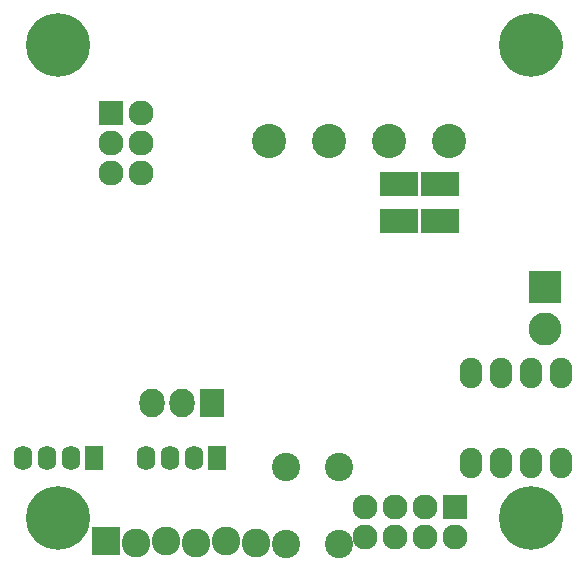
<source format=gbs>
G04 #@! TF.FileFunction,Soldermask,Bot*
%FSLAX46Y46*%
G04 Gerber Fmt 4.6, Leading zero omitted, Abs format (unit mm)*
G04 Created by KiCad (PCBNEW 4.0.2+dfsg1-stable) date Do 08 Jun 2017 15:57:21 CEST*
%MOMM*%
G01*
G04 APERTURE LIST*
%ADD10C,0.100000*%
%ADD11C,5.400000*%
%ADD12R,1.598880X2.099260*%
%ADD13O,1.598880X2.099260*%
%ADD14R,2.127200X2.127200*%
%ADD15O,2.127200X2.127200*%
%ADD16R,2.127200X2.432000*%
%ADD17O,2.127200X2.432000*%
%ADD18R,2.432000X2.432000*%
%ADD19C,2.432000*%
%ADD20O,1.901140X2.599640*%
%ADD21C,2.800000*%
%ADD22R,2.800000X2.800000*%
%ADD23C,2.900000*%
%ADD24C,2.398980*%
%ADD25R,3.200000X2.100000*%
%ADD26R,3.200000X2.099260*%
G04 APERTURE END LIST*
D10*
D11*
X165450000Y-140350000D03*
X125450000Y-140350000D03*
X125450000Y-100350000D03*
D12*
X128511280Y-135331000D03*
D13*
X124508240Y-135331000D03*
X126509760Y-135331000D03*
X122509260Y-135331000D03*
D12*
X138925280Y-135331000D03*
D13*
X134922240Y-135331000D03*
X136923760Y-135331000D03*
X132923260Y-135331000D03*
D14*
X129954000Y-106121000D03*
D15*
X132494000Y-106121000D03*
X129954000Y-108661000D03*
X132494000Y-108661000D03*
X129954000Y-111201000D03*
X132494000Y-111201000D03*
D16*
X138463000Y-130632000D03*
D17*
X135923000Y-130632000D03*
X133383000Y-130632000D03*
D18*
X129489200Y-142290800D03*
D19*
X132029200Y-142494000D03*
X134569200Y-142290800D03*
X137109200Y-142494000D03*
X139649200Y-142290800D03*
X142189200Y-142494000D03*
D14*
X159050000Y-139450000D03*
D15*
X159050000Y-141990000D03*
X156510000Y-139450000D03*
X156510000Y-141990000D03*
X153970000Y-139450000D03*
X153970000Y-141990000D03*
X151430000Y-139450000D03*
X151430000Y-141990000D03*
D11*
X165450000Y-100350000D03*
D20*
X168054000Y-128092000D03*
X165514000Y-128092000D03*
X162974000Y-128092000D03*
X160434000Y-128092000D03*
X160434000Y-135712000D03*
X162974000Y-135712000D03*
X165514000Y-135712000D03*
X168054000Y-135712000D03*
D21*
X166700000Y-124350000D03*
D22*
X166700000Y-120850000D03*
D23*
X143330000Y-108450000D03*
X148410000Y-108450000D03*
X158570000Y-108450000D03*
X153490000Y-108450000D03*
D24*
X149214840Y-142595600D03*
X144713960Y-136093200D03*
X144713960Y-142595600D03*
X149214840Y-136093200D03*
D25*
X157787340Y-112064800D03*
X154327860Y-112064800D03*
D26*
X154327860Y-115214400D03*
D25*
X157787340Y-115214400D03*
M02*

</source>
